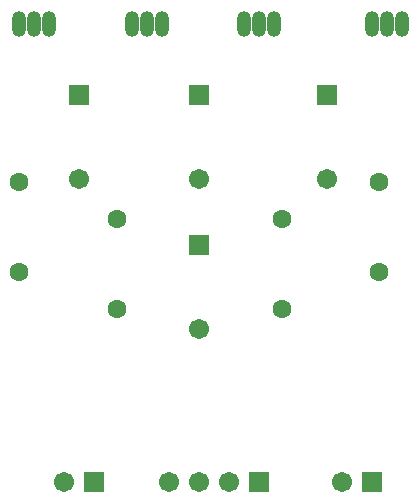
<source format=gbs>
G04*
G04 #@! TF.GenerationSoftware,Altium Limited,Altium Designer,20.0.2 (26)*
G04*
G04 Layer_Color=16711935*
%FSLAX44Y44*%
%MOMM*%
G71*
G01*
G75*
%ADD14R,1.7032X1.7032*%
%ADD15C,1.7032*%
%ADD16O,1.2032X2.2032*%
%ADD17O,1.2032X2.2032*%
%ADD18C,1.6032*%
%ADD19R,1.7032X1.7032*%
D14*
X1670050Y774700D02*
D03*
X1435100D02*
D03*
X1574800D02*
D03*
D15*
X1644650D02*
D03*
X1524000Y1031300D02*
D03*
X1422400D02*
D03*
X1409700Y774700D02*
D03*
X1498600D02*
D03*
X1524000D02*
D03*
X1549400D02*
D03*
X1524000Y904300D02*
D03*
X1631950Y1031300D02*
D03*
D16*
X1397000Y1162050D02*
D03*
X1371600D02*
D03*
X1492250D02*
D03*
X1466850D02*
D03*
X1587500D02*
D03*
X1562100D02*
D03*
X1695450D02*
D03*
X1670050D02*
D03*
D17*
X1384300D02*
D03*
X1479550D02*
D03*
X1574800D02*
D03*
X1682750D02*
D03*
D18*
X1676400Y1028700D02*
D03*
Y952500D02*
D03*
X1371600Y1028700D02*
D03*
Y952500D02*
D03*
X1454150Y996950D02*
D03*
Y920750D02*
D03*
X1593850Y996950D02*
D03*
Y920750D02*
D03*
D19*
X1524000Y1102300D02*
D03*
X1422400D02*
D03*
X1524000Y975300D02*
D03*
X1631950Y1102300D02*
D03*
M02*

</source>
